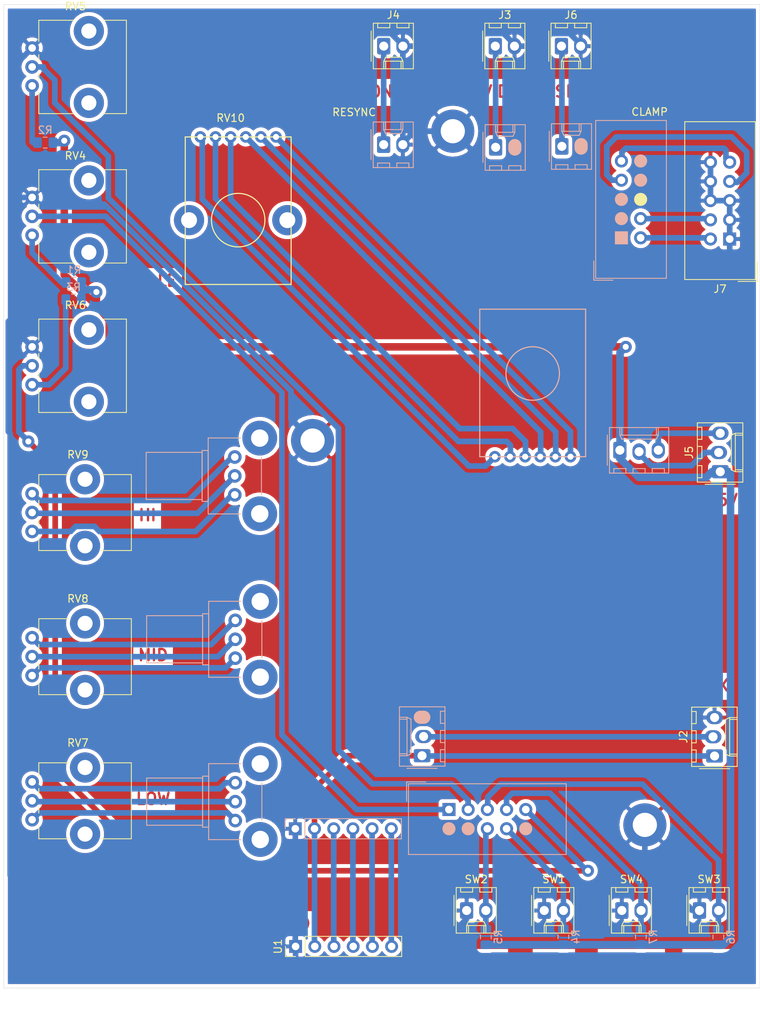
<source format=kicad_pcb>
(kicad_pcb (version 20171130) (host pcbnew "(5.1.5-0-10_14)")
  (layers (0 F.Cu signal) (1 In1.Cu signal) (2 In2.Cu signal) (31 B.Cu signal) (34 B.Paste user) (35 F.Paste user) (36 B.SilkS user) (37 F.SilkS user) (38 B.Mask user) (39 F.Mask user) (44 Edge.Cuts user))
  (net 0 "")
  (net 1 +5V)
  (net 2 GND)
  (net 3 VCC)
  (net 4 "Net-(J104-Pad1)")
  (net 5 scale_cv)
  (net 6 compa_cv)
  (net 7 edges_bypass)
  (net 8 compa_bypass)
  (net 9 inverter_bypass)
  (net 10 drywet)
  (net 11 bias_cv)
  (net 12 hsync)
  (net 13 porch)
  (net 14 genlock)
  (net 15 vsync)
  (net 16 /Levelmeter/mosi)
  (net 17 /Levelmeter/miso)
  (net 18 /Levelmeter/reset)
  (net 19 "Net-(J1-Pad2)")
  (net 20 "Net-(J103-Pad1)")
  (net 21 "Net-(J105-Pad3)")
  (net 22 "Net-(J105-Pad2)")
  (net 23 "Net-(J106-Pad1)")
  (net 24 "Net-(R1-Pad2)")
  (net 25 "Net-(R2-Pad2)")
  (net 26 "Net-(R3-Pad2)")
  (net 27 "Net-(RV1-Pad1)")
  (net 28 "Net-(RV1-Pad2)")
  (net 29 "Net-(RV1-Pad3)")
  (net 30 "Net-(RV2-Pad1)")
  (net 31 "Net-(RV2-Pad2)")
  (net 32 "Net-(RV2-Pad3)")
  (net 33 "Net-(RV3-Pad1)")
  (net 34 "Net-(RV3-Pad2)")
  (net 35 "Net-(RV3-Pad3)")
  (net 36 "Net-(RV10-Pad6)")
  (net 37 "Net-(RV10-Pad5)")
  (net 38 "Net-(RV10-Pad4)")
  (net 39 "Net-(RV10-Pad3)")
  (net 40 "Net-(RV10-Pad2)")
  (net 41 "Net-(RV10-Pad1)")
  (net 42 /Levelmeter/sck)
  (module synkie_footprints:IDC-Header_2x05_P2.54mm_Vertical (layer B.Cu) (at 138.1708 131.6452 270)
    (fp_text reference J107 hide)
    (fp_text value "FROM CTL")
    (pad 1 thru_hole rect (at 0 0 270) (size 1.7272 1.7272) (drill 1.016) (layers *.Cu *.Mask) (net 5 scale_cv))
    (pad "" connect oval (at 2.54 0 270) (size 1.7272 1.7272) (layers B.SilkS))
    (pad 3 thru_hole oval (at 0 -2.54 270) (size 1.7272 1.7272) (drill 1.016) (layers *.Cu *.Mask) (net 6 compa_cv))
    (pad "" connect oval (at 2.54 -2.54 270) (size 1.7272 1.7272) (layers B.SilkS))
    (pad 5 thru_hole oval (at 0 -5.08 270) (size 1.7272 1.7272) (drill 1.016) (layers *.Cu *.Mask) (net 7 edges_bypass))
    (pad 6 thru_hole oval (at 2.54 -5.08 270) (size 1.7272 1.7272) (drill 1.016) (layers *.Cu *.Mask) (net 8 compa_bypass))
    (pad 7 thru_hole oval (at 0 -7.62 270) (size 1.7272 1.7272) (drill 1.016) (layers *.Cu *.Mask) (net 9 inverter_bypass))
    (pad 8 thru_hole oval (at 2.54 -7.62 270) (size 1.7272 1.7272) (drill 1.016) (layers *.Cu *.Mask) (net 10 drywet))
    (pad 9 thru_hole oval (at 0 -10.16 270) (size 1.7272 1.7272) (drill 1.016) (layers *.Cu *.Mask) (net 11 bias_cv))
    (pad "" connect oval (at 2.54 -10.16 270) (size 1.7272 1.7272) (layers B.SilkS))
  )
  (module synkie_footprints:IDC-Header_2x05_P2.54mm_Vertical (layer B.Cu) (at 160.98 56.0802)
    (fp_text reference J110 hide)
    (fp_text value SYNC-BUS)
    (pad "" connect rect (at 0 0) (size 1.7272 1.7272) (layers B.SilkS))
    (pad 2 thru_hole oval (at 2.54 0) (size 1.7272 1.7272) (drill 1.016) (layers *.Cu *.Mask) (net 12 hsync))
    (pad "" connect oval (at 0 -2.54) (size 1.7272 1.7272) (layers B.SilkS))
    (pad 4 thru_hole oval (at 2.54 -2.54) (size 1.7272 1.7272) (drill 1.016) (layers *.Cu *.Mask) (net 13 porch))
    (pad "" connect oval (at 0 -5.08) (size 1.7272 1.7272) (layers B.SilkS))
    (pad "" connect oval (at 2.54 -5.08) (size 1.7272 1.7272) (layers F.SilkS))
    (pad 7 thru_hole oval (at 0 -7.62) (size 1.7272 1.7272) (drill 1.016) (layers *.Cu *.Mask) (net 14 genlock))
    (pad "" connect oval (at 2.54 -7.62) (size 1.7272 1.7272) (layers B.SilkS))
    (pad 9 thru_hole oval (at 0 -10.16) (size 1.7272 1.7272) (drill 1.016) (layers *.Cu *.Mask) (net 15 vsync))
    (pad "" connect oval (at 2.54 -10.16) (size 1.7272 1.7272) (layers B.SilkS))
  )
  (module synkie_footprints:RK12L123 (layer B.Cu) (at 149.2452 85.0108 180)
    (fp_text reference RV501 hide)
    (fp_text value R_POT_Dual)
    (pad 6 thru_hole circle (at 3 0 180) (size 1.524 1.524) (drill 0.8) (layers *.Cu *.Mask) (net 36 "Net-(RV10-Pad6)"))
    (pad 5 thru_hole circle (at 1 0 180) (size 1.524 1.524) (drill 0.8) (layers *.Cu *.Mask) (net 37 "Net-(RV10-Pad5)"))
    (pad 4 thru_hole circle (at -1 0 180) (size 1.524 1.524) (drill 0.8) (layers *.Cu *.Mask) (net 38 "Net-(RV10-Pad4)"))
    (pad 3 thru_hole circle (at 5 0 180) (size 1.524 1.524) (drill 0.8) (layers *.Cu *.Mask) (net 39 "Net-(RV10-Pad3)"))
    (pad 2 thru_hole circle (at -5 0 180) (size 1.524 1.524) (drill 0.8) (layers *.Cu *.Mask) (net 40 "Net-(RV10-Pad2)"))
    (pad 1 thru_hole circle (at -3 0 180) (size 1.524 1.524) (drill 0.8) (layers *.Cu *.Mask) (net 41 "Net-(RV10-Pad1)"))
  )
  (module synkie_footprints:Potentiometer_Alps_RK09K_Single_Vertical (layer F.Cu) (at 83.0488 94.8912)
    (fp_text reference RV9 (at 6.05 -10.15) (layer F.SilkS))
    (fp_text value R_POT)
    (pad "" np_thru_hole circle (at 7 1.9) (size 4 4) (drill 2) (layers *.Cu *.Mask))
    (pad "" np_thru_hole circle (at 7 -6.9) (size 4 4) (drill 2) (layers *.Cu *.Mask))
    (pad 1 thru_hole circle (at 0 0) (size 1.8 1.8) (drill 1) (layers *.Cu *.Mask) (net 33 "Net-(RV3-Pad1)"))
    (pad 2 thru_hole circle (at 0 -2.5) (size 1.8 1.8) (drill 1) (layers *.Cu *.Mask) (net 34 "Net-(RV3-Pad2)"))
    (pad 3 thru_hole circle (at 0 -5) (size 1.8 1.8) (drill 1) (layers *.Cu *.Mask) (net 35 "Net-(RV3-Pad3)"))
  )
  (module synkie_footprints:Potentiometer_Alps_RK09K_Single_Vertical (layer F.Cu) (at 83.0488 113.9412)
    (fp_text reference RV8 (at 6.05 -10.15) (layer F.SilkS))
    (fp_text value R_POT)
    (pad "" np_thru_hole circle (at 7 1.9) (size 4 4) (drill 2) (layers *.Cu *.Mask))
    (pad "" np_thru_hole circle (at 7 -6.9) (size 4 4) (drill 2) (layers *.Cu *.Mask))
    (pad 1 thru_hole circle (at 0 0) (size 1.8 1.8) (drill 1) (layers *.Cu *.Mask) (net 30 "Net-(RV2-Pad1)"))
    (pad 2 thru_hole circle (at 0 -2.5) (size 1.8 1.8) (drill 1) (layers *.Cu *.Mask) (net 31 "Net-(RV2-Pad2)"))
    (pad 3 thru_hole circle (at 0 -5) (size 1.8 1.8) (drill 1) (layers *.Cu *.Mask) (net 32 "Net-(RV2-Pad3)"))
  )
  (module synkie_footprints:Potentiometer_Alps_RK09K_Single_Vertical (layer F.Cu) (at 83.0488 132.9912)
    (fp_text reference RV7 (at 6.05 -10.15) (layer F.SilkS))
    (fp_text value R_POT)
    (pad "" np_thru_hole circle (at 7 1.9) (size 4 4) (drill 2) (layers *.Cu *.Mask))
    (pad "" np_thru_hole circle (at 7 -6.9) (size 4 4) (drill 2) (layers *.Cu *.Mask))
    (pad 1 thru_hole circle (at 0 0) (size 1.8 1.8) (drill 1) (layers *.Cu *.Mask) (net 27 "Net-(RV1-Pad1)"))
    (pad 2 thru_hole circle (at 0 -2.5) (size 1.8 1.8) (drill 1) (layers *.Cu *.Mask) (net 28 "Net-(RV1-Pad2)"))
    (pad 3 thru_hole circle (at 0 -5) (size 1.8 1.8) (drill 1) (layers *.Cu *.Mask) (net 29 "Net-(RV1-Pad3)"))
  )
  (module synkie_footprints:PinHeader_1x06_P2.54mm_Vertical (layer F.Cu) (at 117.8888 149.7412 90)
    (fp_text reference U1 (at 0 -2.33 90) (layer F.SilkS))
    (fp_text value AnymaISP)
    (pad 6 thru_hole oval (at 0 12.7 90) (size 1.7 1.7) (drill 1) (layers *.Cu *.Mask) (net 16 /Levelmeter/mosi))
    (pad 5 thru_hole oval (at 0 10.16 90) (size 1.7 1.7) (drill 1) (layers *.Cu *.Mask) (net 17 /Levelmeter/miso))
    (pad 4 thru_hole oval (at 0 7.62 90) (size 1.7 1.7) (drill 1) (layers *.Cu *.Mask) (net 42 /Levelmeter/sck))
    (pad 3 thru_hole oval (at 0 5.08 90) (size 1.7 1.7) (drill 1) (layers *.Cu *.Mask) (net 18 /Levelmeter/reset))
    (pad 2 thru_hole oval (at 0 2.54 90) (size 1.7 1.7) (drill 1) (layers *.Cu *.Mask) (net 3 VCC))
    (pad 1 thru_hole rect (at 0 0 90) (size 1.7 1.7) (drill 1) (layers *.Cu *.Mask) (net 2 GND))
  )
  (module synkie_footprints:Molex_KK-254_AE-6410-02A_1x02_P2.54mm_Vertical (layer F.Cu) (at 161.035466 144.9912)
    (fp_text reference SW4 (at 1.27 -4.12) (layer F.SilkS))
    (fp_text value SW_Push)
    (pad 2 thru_hole oval (at 2.54 0) (size 1.74 2.2) (drill 1.2) (layers *.Cu *.Mask) (net 9 inverter_bypass))
    (pad 1 thru_hole roundrect (at 0 0) (size 1.74 2.2) (drill 1.2) (layers *.Cu *.Mask) (roundrect_rratio 0.143678) (net 2 GND))
  )
  (module synkie_footprints:Molex_KK-254_AE-6410-02A_1x02_P2.54mm_Vertical (layer F.Cu) (at 171.2988 144.9912)
    (fp_text reference SW3 (at 1.27 -4.12) (layer F.SilkS))
    (fp_text value SW_Push)
    (pad 2 thru_hole oval (at 2.54 0) (size 1.74 2.2) (drill 1.2) (layers *.Cu *.Mask) (net 7 edges_bypass))
    (pad 1 thru_hole roundrect (at 0 0) (size 1.74 2.2) (drill 1.2) (layers *.Cu *.Mask) (roundrect_rratio 0.143678) (net 2 GND))
  )
  (module synkie_footprints:Molex_KK-254_AE-6410-02A_1x02_P2.54mm_Vertical (layer F.Cu) (at 140.5088 144.9912)
    (fp_text reference SW2 (at 1.27 -4.12) (layer F.SilkS))
    (fp_text value SW_Push)
    (pad 2 thru_hole oval (at 2.54 0) (size 1.74 2.2) (drill 1.2) (layers *.Cu *.Mask) (net 8 compa_bypass))
    (pad 1 thru_hole roundrect (at 0 0) (size 1.74 2.2) (drill 1.2) (layers *.Cu *.Mask) (roundrect_rratio 0.143678) (net 2 GND))
  )
  (module synkie_footprints:Molex_KK-254_AE-6410-02A_1x02_P2.54mm_Vertical (layer F.Cu) (at 150.772133 144.9912)
    (fp_text reference SW1 (at 1.27 -4.12) (layer F.SilkS))
    (fp_text value SW_Push)
    (pad 2 thru_hole oval (at 2.54 0) (size 1.74 2.2) (drill 1.2) (layers *.Cu *.Mask) (net 10 drywet))
    (pad 1 thru_hole roundrect (at 0 0) (size 1.74 2.2) (drill 1.2) (layers *.Cu *.Mask) (roundrect_rratio 0.143678) (net 2 GND))
  )
  (module synkie_footprints:RK12L123 (layer F.Cu) (at 110.2988 42.7412 180)
    (fp_text reference RV10 (at 1 2.5) (layer F.SilkS))
    (fp_text value R_POT_Dual)
    (pad 9 thru_hole circle (at -6.5 -11 180) (size 4 4) (drill 2.1) (layers *.Cu *.Mask))
    (pad 7 thru_hole circle (at 6.5 -11 180) (size 4 4) (drill 2.1) (layers *.Cu *.Mask))
    (pad 6 thru_hole circle (at 3 0 180) (size 1.524 1.524) (drill 0.8) (layers *.Cu *.Mask) (net 36 "Net-(RV10-Pad6)"))
    (pad 5 thru_hole circle (at 1 0 180) (size 1.524 1.524) (drill 0.8) (layers *.Cu *.Mask) (net 37 "Net-(RV10-Pad5)"))
    (pad 4 thru_hole circle (at -1 0 180) (size 1.524 1.524) (drill 0.8) (layers *.Cu *.Mask) (net 38 "Net-(RV10-Pad4)"))
    (pad 3 thru_hole circle (at 5 0 180) (size 1.524 1.524) (drill 0.8) (layers *.Cu *.Mask) (net 39 "Net-(RV10-Pad3)"))
    (pad 2 thru_hole circle (at -5 0 180) (size 1.524 1.524) (drill 0.8) (layers *.Cu *.Mask) (net 40 "Net-(RV10-Pad2)"))
    (pad 1 thru_hole circle (at -3 0 180) (size 1.524 1.524) (drill 0.8) (layers *.Cu *.Mask) (net 41 "Net-(RV10-Pad1)"))
  )
  (module synkie_footprints:Potentiometer_Alps_RK09L_Single_Vertical (layer F.Cu) (at 83.0488 75.4912)
    (fp_text reference RV6 (at 5.725 -10.5) (layer F.SilkS))
    (fp_text value R_POT)
    (pad "" np_thru_hole circle (at 7.5 2.25) (size 4 4) (drill 2) (layers *.Cu *.Mask))
    (pad "" np_thru_hole circle (at 7.5 -7.25) (size 4 4) (drill 2) (layers *.Cu *.Mask))
    (pad 1 thru_hole circle (at 0 0) (size 1.8 1.8) (drill 1) (layers *.Cu *.Mask) (net 26 "Net-(R3-Pad2)"))
    (pad 2 thru_hole circle (at 0 -2.5) (size 1.8 1.8) (drill 1) (layers *.Cu *.Mask) (net 11 bias_cv))
    (pad 3 thru_hole circle (at 0 -5) (size 1.8 1.8) (drill 1) (layers *.Cu *.Mask) (net 2 GND))
  )
  (module synkie_footprints:Potentiometer_Alps_RK09L_Single_Vertical (layer F.Cu) (at 83.0488 35.9912)
    (fp_text reference RV5 (at 5.725 -10.5) (layer F.SilkS))
    (fp_text value R_POT)
    (pad "" np_thru_hole circle (at 7.5 2.25) (size 4 4) (drill 2) (layers *.Cu *.Mask))
    (pad "" np_thru_hole circle (at 7.5 -7.25) (size 4 4) (drill 2) (layers *.Cu *.Mask))
    (pad 1 thru_hole circle (at 0 0) (size 1.8 1.8) (drill 1) (layers *.Cu *.Mask) (net 25 "Net-(R2-Pad2)"))
    (pad 2 thru_hole circle (at 0 -2.5) (size 1.8 1.8) (drill 1) (layers *.Cu *.Mask) (net 6 compa_cv))
    (pad 3 thru_hole circle (at 0 -5) (size 1.8 1.8) (drill 1) (layers *.Cu *.Mask) (net 2 GND))
  )
  (module synkie_footprints:Potentiometer_Alps_RK09L_Single_Vertical (layer F.Cu) (at 83.0488 55.7412)
    (fp_text reference RV4 (at 5.725 -10.5) (layer F.SilkS))
    (fp_text value R_POT)
    (pad "" np_thru_hole circle (at 7.5 2.25) (size 4 4) (drill 2) (layers *.Cu *.Mask))
    (pad "" np_thru_hole circle (at 7.5 -7.25) (size 4 4) (drill 2) (layers *.Cu *.Mask))
    (pad 1 thru_hole circle (at 0 0) (size 1.8 1.8) (drill 1) (layers *.Cu *.Mask) (net 24 "Net-(R1-Pad2)"))
    (pad 2 thru_hole circle (at 0 -2.5) (size 1.8 1.8) (drill 1) (layers *.Cu *.Mask) (net 5 scale_cv))
    (pad 3 thru_hole circle (at 0 -5) (size 1.8 1.8) (drill 1) (layers *.Cu *.Mask) (net 2 GND))
  )
  (module synkie_footprints:R_0805_2012Metric_Pad1.15x1.40mm_HandSolder (layer B.Cu) (at 163.5488 148.4662 90)
    (fp_text reference R7 (at 0 1.65 90) (layer B.SilkS) (effects (justify mirror)))
    (fp_text value 4k7)
    (pad 2 smd roundrect (at 1.025 0 90) (size 1.15 1.4) (layers B.Cu B.Paste B.Mask) (roundrect_rratio 0.217391) (net 9 inverter_bypass))
    (pad 1 smd roundrect (at -1.025 0 90) (size 1.15 1.4) (layers B.Cu B.Paste B.Mask) (roundrect_rratio 0.217391) (net 1 +5V))
  )
  (module synkie_footprints:R_0805_2012Metric_Pad1.15x1.40mm_HandSolder (layer B.Cu) (at 173.7988 148.4912 90)
    (fp_text reference R6 (at 0 1.65 90) (layer B.SilkS) (effects (justify mirror)))
    (fp_text value 4k7)
    (pad 2 smd roundrect (at 1.025 0 90) (size 1.15 1.4) (layers B.Cu B.Paste B.Mask) (roundrect_rratio 0.217391) (net 7 edges_bypass))
    (pad 1 smd roundrect (at -1.025 0 90) (size 1.15 1.4) (layers B.Cu B.Paste B.Mask) (roundrect_rratio 0.217391) (net 1 +5V))
  )
  (module synkie_footprints:R_0805_2012Metric_Pad1.15x1.40mm_HandSolder (layer B.Cu) (at 143.0488 148.4912 90)
    (fp_text reference R5 (at 0 1.65 90) (layer B.SilkS) (effects (justify mirror)))
    (fp_text value 4k7)
    (pad 2 smd roundrect (at 1.025 0 90) (size 1.15 1.4) (layers B.Cu B.Paste B.Mask) (roundrect_rratio 0.217391) (net 8 compa_bypass))
    (pad 1 smd roundrect (at -1.025 0 90) (size 1.15 1.4) (layers B.Cu B.Paste B.Mask) (roundrect_rratio 0.217391) (net 1 +5V))
  )
  (module synkie_footprints:R_0805_2012Metric_Pad1.15x1.40mm_HandSolder (layer B.Cu) (at 153.2988 148.4662 90)
    (fp_text reference R4 (at 0 1.65 90) (layer B.SilkS) (effects (justify mirror)))
    (fp_text value 4k7)
    (pad 2 smd roundrect (at 1.025 0 90) (size 1.15 1.4) (layers B.Cu B.Paste B.Mask) (roundrect_rratio 0.217391) (net 10 drywet))
    (pad 1 smd roundrect (at -1.025 0 90) (size 1.15 1.4) (layers B.Cu B.Paste B.Mask) (roundrect_rratio 0.217391) (net 1 +5V))
  )
  (module synkie_footprints:R_0805_2012Metric_Pad1.15x1.40mm_HandSolder (layer B.Cu) (at 88.5238 64.2412 180)
    (fp_text reference R3 (at 0 1.65) (layer B.SilkS) (effects (justify mirror)))
    (fp_text value 40k)
    (pad 2 smd roundrect (at 1.025 0 180) (size 1.15 1.4) (layers B.Cu B.Paste B.Mask) (roundrect_rratio 0.217391) (net 26 "Net-(R3-Pad2)"))
    (pad 1 smd roundrect (at -1.025 0 180) (size 1.15 1.4) (layers B.Cu B.Paste B.Mask) (roundrect_rratio 0.217391) (net 1 +5V))
  )
  (module synkie_footprints:R_0805_2012Metric_Pad1.15x1.40mm_HandSolder (layer B.Cu) (at 84.7738 43.4912 180)
    (fp_text reference R2 (at 0 1.65) (layer B.SilkS) (effects (justify mirror)))
    (fp_text value 40k)
    (pad 2 smd roundrect (at 1.025 0 180) (size 1.15 1.4) (layers B.Cu B.Paste B.Mask) (roundrect_rratio 0.217391) (net 25 "Net-(R2-Pad2)"))
    (pad 1 smd roundrect (at -1.025 0 180) (size 1.15 1.4) (layers B.Cu B.Paste B.Mask) (roundrect_rratio 0.217391) (net 1 +5V))
  )
  (module synkie_footprints:R_0805_2012Metric_Pad1.15x1.40mm_HandSolder (layer B.Cu) (at 88.5738 61.9912 180)
    (fp_text reference R1 (at 0 1.65) (layer B.SilkS) (effects (justify mirror)))
    (fp_text value 40k)
    (pad 2 smd roundrect (at 1.025 0 180) (size 1.15 1.4) (layers B.Cu B.Paste B.Mask) (roundrect_rratio 0.217391) (net 24 "Net-(R1-Pad2)"))
    (pad 1 smd roundrect (at -1.025 0 180) (size 1.15 1.4) (layers B.Cu B.Paste B.Mask) (roundrect_rratio 0.217391) (net 1 +5V))
  )
  (module synkie_footprints:IDC-Header_2x05_P2.54mm_Vertical (layer F.Cu) (at 175.2988 56.2412 180)
    (fp_text reference J7 (at 1.27 -6.604) (layer F.SilkS))
    (fp_text value SYNC-BUS)
    (pad 1 thru_hole rect (at 0 0 180) (size 1.7272 1.7272) (drill 1.016) (layers *.Cu *.Mask) (net 2 GND))
    (pad 2 thru_hole oval (at 2.54 0 180) (size 1.7272 1.7272) (drill 1.016) (layers *.Cu *.Mask) (net 12 hsync))
    (pad 3 thru_hole oval (at 0 2.54 180) (size 1.7272 1.7272) (drill 1.016) (layers *.Cu *.Mask) (net 2 GND))
    (pad 4 thru_hole oval (at 2.54 2.54 180) (size 1.7272 1.7272) (drill 1.016) (layers *.Cu *.Mask) (net 13 porch))
    (pad 5 thru_hole oval (at 0 5.08 180) (size 1.7272 1.7272) (drill 1.016) (layers *.Cu *.Mask) (net 2 GND))
    (pad 6 thru_hole oval (at 2.54 5.08 180) (size 1.7272 1.7272) (drill 1.016) (layers *.Cu *.Mask) (net 2 GND))
    (pad 7 thru_hole oval (at 0 7.62 180) (size 1.7272 1.7272) (drill 1.016) (layers *.Cu *.Mask) (net 14 genlock))
    (pad 8 thru_hole oval (at 2.54 7.62 180) (size 1.7272 1.7272) (drill 1.016) (layers *.Cu *.Mask) (net 2 GND))
    (pad 9 thru_hole oval (at 0 10.16 180) (size 1.7272 1.7272) (drill 1.016) (layers *.Cu *.Mask) (net 15 vsync))
    (pad 10 thru_hole oval (at 2.54 10.16 180) (size 1.7272 1.7272) (drill 1.016) (layers *.Cu *.Mask) (net 2 GND))
  )
  (module synkie_footprints:Molex_KK-254_AE-6410-02A_1x02_P2.54mm_Vertical (layer F.Cu) (at 153.0488 30.7412)
    (fp_text reference J6 (at 1.27 -4.12) (layer F.SilkS))
    (fp_text value SIFF-INPUT)
    (pad 2 thru_hole oval (at 2.54 0) (size 1.74 2.2) (drill 1.2) (layers *.Cu *.Mask) (net 2 GND))
    (pad 1 thru_hole roundrect (at 0 0) (size 1.74 2.2) (drill 1.2) (layers *.Cu *.Mask) (roundrect_rratio 0.143678) (net 23 "Net-(J106-Pad1)"))
  )
  (module synkie_footprints:Molex_KK-254_AE-6410-03A_1x03_P2.54mm_Vertical (layer F.Cu) (at 174.0488 86.9912 90)
    (fp_text reference J5 (at 2.54 -4.12 90) (layer F.SilkS))
    (fp_text value Power)
    (pad 3 thru_hole oval (at 5.08 0 90) (size 1.74 2.2) (drill 1.2) (layers *.Cu *.Mask) (net 21 "Net-(J105-Pad3)"))
    (pad 2 thru_hole oval (at 2.54 -0.2 90) (size 1.74 2.2) (drill 1.2) (layers *.Cu *.Mask) (net 22 "Net-(J105-Pad2)"))
    (pad 1 thru_hole roundrect (at 0 0 90) (size 1.74 2.2) (drill 1.2) (layers *.Cu *.Mask) (roundrect_rratio 0.143678) (net 1 +5V))
  )
  (module synkie_footprints:Molex_KK-254_AE-6410-02A_1x02_P2.54mm_Vertical (layer F.Cu) (at 129.5488 30.7412)
    (fp_text reference J4 (at 1.27 -4.12) (layer F.SilkS))
    (fp_text value MONITOR_OUT)
    (pad 2 thru_hole oval (at 2.54 0) (size 1.74 2.2) (drill 1.2) (layers *.Cu *.Mask) (net 2 GND))
    (pad 1 thru_hole roundrect (at 0 0) (size 1.74 2.2) (drill 1.2) (layers *.Cu *.Mask) (roundrect_rratio 0.143678) (net 4 "Net-(J104-Pad1)"))
  )
  (module synkie_footprints:Molex_KK-254_AE-6410-02A_1x02_P2.54mm_Vertical (layer F.Cu) (at 144.2988 30.7412)
    (fp_text reference J3 (at 1.27 -4.12) (layer F.SilkS))
    (fp_text value COMPOSITE-INPUT)
    (pad 2 thru_hole oval (at 2.54 0) (size 1.74 2.2) (drill 1.2) (layers *.Cu *.Mask) (net 2 GND))
    (pad 1 thru_hole roundrect (at 0 0) (size 1.74 2.2) (drill 1.2) (layers *.Cu *.Mask) (roundrect_rratio 0.143678) (net 20 "Net-(J103-Pad1)"))
  )
  (module synkie_footprints:Molex_KK-254_AE-6410-03A_1x03_P2.54mm_Vertical (layer F.Cu) (at 173.2988 124.5712 90)
    (fp_text reference J2 (at 2.54 -4.12 90) (layer F.SilkS))
    (fp_text value pixels)
    (pad 3 thru_hole oval (at 5.08 0 90) (size 1.74 2.2) (drill 1.2) (layers *.Cu *.Mask) (net 2 GND))
    (pad 2 thru_hole oval (at 2.54 -0.2 90) (size 1.74 2.2) (drill 1.2) (layers *.Cu *.Mask) (net 19 "Net-(J1-Pad2)"))
    (pad 1 thru_hole roundrect (at 0 0 90) (size 1.74 2.2) (drill 1.2) (layers *.Cu *.Mask) (roundrect_rratio 0.143678) (net 3 VCC))
  )
  (module synkie_footprints:PinHeader_1x06_P2.54mm_Vertical (layer B.Cu) (at 117.8508 134.1852 270)
    (fp_text reference U7 hide)
    (fp_text value AnymaISP)
    (pad 6 thru_hole oval (at 0 -12.7 270) (size 1.7 1.7) (drill 1) (layers *.Cu *.Mask) (net 16 /Levelmeter/mosi))
    (pad 5 thru_hole oval (at 0 -10.16 270) (size 1.7 1.7) (drill 1) (layers *.Cu *.Mask) (net 17 /Levelmeter/miso))
    (pad 4 thru_hole oval (at 0 -7.62 270) (size 1.7 1.7) (drill 1) (layers *.Cu *.Mask) (net 42 /Levelmeter/sck))
    (pad 3 thru_hole oval (at 0 -5.08 270) (size 1.7 1.7) (drill 1) (layers *.Cu *.Mask) (net 18 /Levelmeter/reset))
    (pad 2 thru_hole oval (at 0 -2.54 270) (size 1.7 1.7) (drill 1) (layers *.Cu *.Mask) (net 3 VCC))
    (pad 1 thru_hole rect (at 0 0 270) (size 1.7 1.7) (drill 1) (layers *.Cu *.Mask) (net 2 GND))
  )
  (module synkie_footprints:Potentiometer_Alps_RK09K_Single_Horizontal (layer B.Cu) (at 109.8498 90.0527 180)
    (fp_text reference RV3 hide)
    (fp_text value R_POT)
    (pad "" thru_hole circle (at -3.3 -2.5 180) (size 4.6 4.6) (drill 2.3) (layers *.Cu *.Mask))
    (pad "" thru_hole circle (at -3.3 7.5 180) (size 4.6 4.6) (drill 2.3) (layers *.Cu *.Mask))
    (pad 1 thru_hole circle (at 0 0 180) (size 1.8 1.8) (drill 1) (layers *.Cu *.Mask) (net 33 "Net-(RV3-Pad1)"))
    (pad 2 thru_hole circle (at 0 2.5 180) (size 1.8 1.8) (drill 1) (layers *.Cu *.Mask) (net 34 "Net-(RV3-Pad2)"))
    (pad 3 thru_hole circle (at 0 5 180) (size 1.8 1.8) (drill 1) (layers *.Cu *.Mask) (net 35 "Net-(RV3-Pad3)"))
  )
  (module synkie_footprints:Potentiometer_Alps_RK09K_Single_Horizontal (layer B.Cu) (at 109.9133 111.6427 180)
    (fp_text reference RV2 hide)
    (fp_text value R_POT)
    (pad "" thru_hole circle (at -3.3 -2.5 180) (size 4.6 4.6) (drill 2.3) (layers *.Cu *.Mask))
    (pad "" thru_hole circle (at -3.3 7.5 180) (size 4.6 4.6) (drill 2.3) (layers *.Cu *.Mask))
    (pad 1 thru_hole circle (at 0 0 180) (size 1.8 1.8) (drill 1) (layers *.Cu *.Mask) (net 30 "Net-(RV2-Pad1)"))
    (pad 2 thru_hole circle (at 0 2.5 180) (size 1.8 1.8) (drill 1) (layers *.Cu *.Mask) (net 31 "Net-(RV2-Pad2)"))
    (pad 3 thru_hole circle (at 0 5 180) (size 1.8 1.8) (drill 1) (layers *.Cu *.Mask) (net 32 "Net-(RV2-Pad3)"))
  )
  (module synkie_footprints:Potentiometer_Alps_RK09K_Single_Horizontal (layer B.Cu) (at 109.9133 133.1057 180)
    (fp_text reference RV1 hide)
    (fp_text value R_POT)
    (pad "" thru_hole circle (at -3.3 -2.5 180) (size 4.6 4.6) (drill 2.3) (layers *.Cu *.Mask))
    (pad "" thru_hole circle (at -3.3 7.5 180) (size 4.6 4.6) (drill 2.3) (layers *.Cu *.Mask))
    (pad 1 thru_hole circle (at 0 0 180) (size 1.8 1.8) (drill 1) (layers *.Cu *.Mask) (net 27 "Net-(RV1-Pad1)"))
    (pad 2 thru_hole circle (at 0 2.5 180) (size 1.8 1.8) (drill 1) (layers *.Cu *.Mask) (net 28 "Net-(RV1-Pad2)"))
    (pad 3 thru_hole circle (at 0 5 180) (size 1.8 1.8) (drill 1) (layers *.Cu *.Mask) (net 29 "Net-(RV1-Pad3)"))
  )
  (module synkie_footprints:Molex_KK-254_AE-6410-03A_1x03_P2.54mm_Vertical (layer B.Cu) (at 134.6148 124.5332 90)
    (fp_text reference J1 hide)
    (fp_text value pixels)
    (pad "" connect oval (at 5.08 0 90) (size 1.74 2.2) (layers B.SilkS))
    (pad 2 thru_hole oval (at 2.54 0.2 90) (size 1.74 2.2) (drill 1.2) (layers *.Cu *.Mask) (net 19 "Net-(J1-Pad2)"))
    (pad 1 thru_hole roundrect (at 0 0 90) (size 1.74 2.2) (drill 1.2) (layers *.Cu *.Mask) (roundrect_rratio 0.143678) (net 3 VCC))
  )
  (module synkie_footprints:Molex_KK-254_AE-6410-02A_1x02_P2.54mm_Vertical (layer B.Cu) (at 153.106 43.9898)
    (fp_text reference J106 hide)
    (fp_text value SIFF-INPUT)
    (pad "" connect oval (at 2.54 0) (size 1.74 2.2) (layers B.SilkS))
    (pad 1 thru_hole roundrect (at 0 0) (size 1.74 2.2) (drill 1.2) (layers *.Cu *.Mask) (roundrect_rratio 0.143678) (net 23 "Net-(J106-Pad1)"))
  )
  (module synkie_footprints:Molex_KK-254_AE-6410-03A_1x03_P2.54mm_Vertical (layer B.Cu) (at 160.7768 84.1472)
    (fp_text reference J105 hide)
    (fp_text value Power)
    (pad 3 thru_hole oval (at 5.08 0) (size 1.74 2.2) (drill 1.2) (layers *.Cu *.Mask) (net 21 "Net-(J105-Pad3)"))
    (pad 2 thru_hole oval (at 2.54 0.2) (size 1.74 2.2) (drill 1.2) (layers *.Cu *.Mask) (net 22 "Net-(J105-Pad2)"))
    (pad 1 thru_hole roundrect (at 0 0) (size 1.74 2.2) (drill 1.2) (layers *.Cu *.Mask) (roundrect_rratio 0.143678) (net 1 +5V))
  )
  (module synkie_footprints:Molex_KK-254_AE-6410-02A_1x02_P2.54mm_Vertical (layer B.Cu) (at 129.5348 43.7612)
    (fp_text reference J104 hide)
    (fp_text value MONITOR_OUT)
    (pad 2 thru_hole oval (at 2.54 0) (size 1.74 2.2) (drill 1.2) (layers *.Cu *.Mask) (net 2 GND))
    (pad 1 thru_hole roundrect (at 0 0) (size 1.74 2.2) (drill 1.2) (layers *.Cu *.Mask) (roundrect_rratio 0.143678) (net 4 "Net-(J104-Pad1)"))
  )
  (module synkie_footprints:Molex_KK-254_AE-6410-02A_1x02_P2.54mm_Vertical (layer B.Cu) (at 144.343 44.1168)
    (fp_text reference J103 hide)
    (fp_text value COMPOSITE-INPUT)
    (pad "" connect oval (at 2.54 0) (size 1.74 2.2) (layers B.SilkS))
    (pad 1 thru_hole roundrect (at 0 0) (size 1.74 2.2) (drill 1.2) (layers *.Cu *.Mask) (roundrect_rratio 0.143678) (net 20 "Net-(J103-Pad1)"))
  )
  (module MountingHole:MountingHole_3.2mm_M3_ISO7380_Pad (layer F.Cu) (at 120.1368 82.8772)
    (fp_text reference H603 hide)
    (fp_text value MountingHole_Pad)
    (pad 1 thru_hole circle (at 0 0) (size 5.7 5.7) (drill 3.2) (layers *.Cu *.Mask) (net 2 GND))
  )
  (module MountingHole:MountingHole_3.2mm_M3_ISO7380_Pad (layer F.Cu) (at 164.0788 133.6772)
    (fp_text reference H602 hide)
    (fp_text value MountingHole_Pad)
    (pad 1 thru_hole circle (at 0 0) (size 5.7 5.7) (drill 3.2) (layers *.Cu *.Mask) (net 2 GND))
  )
  (module MountingHole:MountingHole_3.2mm_M3_ISO7380_Pad (layer F.Cu) (at 138.6788 41.9832)
    (fp_text reference H601 hide)
    (fp_text value MountingHole_Pad)
    (pad 1 thru_hole circle (at 0 0) (size 5.7 5.7) (drill 3.2) (layers *.Cu *.Mask) (net 2 GND))
  )
  (gr_text SIFF (at 154.5488 36.7412) (layer F.Cu) (effects (font (size 1.5 1.5) (thickness 0.3))))
  (gr_text VIDEO (at 145.7988 36.7412) (layer F.Cu) (effects (font (size 1.5 1.5) (thickness 0.3))))
  (gr_text MONITOR (at 130.7988 36.7412) (layer F.Cu) (effects (font (size 1.5 1.5) (thickness 0.3))))
  (gr_text +5V (at 174.0488 90.7412) (layer F.Cu) (effects (font (size 1.5 1.5) (thickness 0.3))))
  (gr_text -5V (at 173.5488 78.4912) (layer F.Cu) (effects (font (size 1.5 1.5) (thickness 0.3))))
  (gr_text PIX (at 173.2988 115.2412) (layer F.Cu) (effects (font (size 1.5 1.5) (thickness 0.3))))
  (gr_text DRY (at 152.0488 151.7412) (layer F.Cu) (effects (font (size 1.5 1.5) (thickness 0.3))))
  (gr_text INVERT (at 162.2988 151.7412) (layer F.Cu) (effects (font (size 1.5 1.5) (thickness 0.3))))
  (gr_text EDGE (at 172.5488 151.7412) (layer F.Cu) (effects (font (size 1.5 1.5) (thickness 0.3))))
  (gr_text COMPA (at 141.5488 151.7412) (layer F.Cu) (effects (font (size 1.5 1.5) (thickness 0.3))))
  (gr_text GND (at 117.5488 146.7412) (layer F.Cu) (effects (font (size 1.5 1.5) (thickness 0.3))))
  (gr_text LOW (at 99.0488 130.2412) (layer F.Cu) (effects (font (size 1.5 1.5) (thickness 0.3))))
  (gr_text MID (at 99.0488 111.2412) (layer F.Cu) (effects (font (size 1.5 1.5) (thickness 0.3))))
  (gr_text HI (at 98.2988 92.7412) (layer F.Cu) (effects (font (size 1.5 1.5) (thickness 0.3))))
  (gr_text BIAS (at 97.7988 64.4912) (layer F.Cu) (effects (font (size 1.5 1.5) (thickness 0.3))))
  (gr_text SCALE (at 98.7988 61.7412) (layer F.Cu) (effects (font (size 1.5 1.5) (thickness 0.3))))
  (gr_text COMPA (at 100.7988 33.7412) (layer F.Cu) (effects (font (size 1.5 1.5) (thickness 0.3))))
  (gr_line (start 79.2988 25.2412) (end 79.2988 155.2412) (layer Edge.Cuts) (width 0.05))
  (gr_line (start 179.2988 25.2412) (end 79.2988 25.2412) (layer Edge.Cuts) (width 0.05))
  (gr_line (start 179.2988 155.2412) (end 179.2988 25.2412) (layer Edge.Cuts) (width 0.05))
  (gr_line (start 79.2988 155.2412) (end 179.2988 155.2412) (layer Edge.Cuts) (width 0.05))
  (gr_text RESYNC (at 125.62828 39.4813) (layer F.SilkS) (effects (font (size 1 1))))
  (gr_text CLAMP (at 164.71126 39.43304) (layer F.SilkS) (effects (font (size 1 1))))
  (segment (start 143.0488 149.5162) (end 173.7988 149.5162) (width 1) (layer B.Cu) (net 1))
  (segment (start 163.2708 87.7412) (end 160.7768 85.2472) (width 1) (layer B.Cu) (net 1))
  (segment (start 172.1988 87.7412) (end 163.2708 87.7412) (width 1) (layer B.Cu) (net 1))
  (segment (start 160.7768 85.2472) (end 160.7768 84.1472) (width 1) (layer B.Cu) (net 1))
  (segment (start 172.9488 86.9912) (end 172.1988 87.7412) (width 1) (layer B.Cu) (net 1))
  (segment (start 174.0488 86.9912) (end 172.9488 86.9912) (width 1) (layer B.Cu) (net 1))
  (via (at 87.2988 43.2412) (size 1.6) (drill 0.8) (layers F.Cu B.Cu) (net 1))
  (segment (start 87.0488 43.4912) (end 87.2988 43.2412) (width 1) (layer B.Cu) (net 1))
  (segment (start 85.7988 43.4912) (end 87.0488 43.4912) (width 1) (layer B.Cu) (net 1))
  (segment (start 93.248801 66.945199) (end 93.248801 69.541199) (width 1) (layer F.Cu) (net 1))
  (segment (start 87.2988 43.2412) (end 87.2988 60.995198) (width 1) (layer F.Cu) (net 1))
  (segment (start 93.248801 69.541199) (end 94.198802 70.4912) (width 1) (layer F.Cu) (net 1))
  (via (at 161.5488 70.4912) (size 1.6) (drill 0.8) (layers F.Cu B.Cu) (net 1))
  (segment (start 94.198802 70.4912) (end 161.5488 70.4912) (width 1) (layer F.Cu) (net 1))
  (segment (start 89.5988 64.1912) (end 89.5488 64.2412) (width 1) (layer B.Cu) (net 1))
  (segment (start 91.2488 62.9412) (end 91.5488 63.2412) (width 1) (layer B.Cu) (net 1))
  (via (at 91.5488 63.2412) (size 1.6) (drill 0.8) (layers F.Cu B.Cu) (net 1))
  (segment (start 89.5988 61.9912) (end 89.5988 62.9412) (width 1) (layer B.Cu) (net 1))
  (segment (start 89.5988 62.9412) (end 91.2488 62.9412) (width 1) (layer B.Cu) (net 1))
  (segment (start 89.5988 62.9412) (end 89.5988 64.1912) (width 1) (layer B.Cu) (net 1))
  (segment (start 91.5488 64.9912) (end 93.248801 66.945199) (width 1) (layer F.Cu) (net 1))
  (segment (start 91.5488 63.2412) (end 91.5488 64.9912) (width 1) (layer F.Cu) (net 1))
  (segment (start 87.2988 60.995198) (end 91.5488 64.9912) (width 1) (layer F.Cu) (net 1))
  (segment (start 175.40881 87.25121) (end 175.1488 86.9912) (width 1) (layer B.Cu) (net 1))
  (segment (start 175.40881 148.60619) (end 175.40881 87.25121) (width 1) (layer B.Cu) (net 1))
  (segment (start 175.1488 86.9912) (end 174.0488 86.9912) (width 1) (layer B.Cu) (net 1))
  (segment (start 174.4988 149.5162) (end 175.40881 148.60619) (width 1) (layer B.Cu) (net 1))
  (segment (start 173.7988 149.5162) (end 174.4988 149.5162) (width 1) (layer B.Cu) (net 1))
  (segment (start 160.7988 84.1252) (end 160.7768 84.1472) (width 1) (layer B.Cu) (net 1))
  (segment (start 160.7988 71.2412) (end 160.7988 84.1252) (width 1) (layer B.Cu) (net 1))
  (segment (start 161.5488 70.4912) (end 160.7988 71.2412) (width 1) (layer B.Cu) (net 1))
  (segment (start 117.8508 149.7032) (end 117.8888 149.7412) (width 0.75) (layer B.Cu) (net 2))
  (segment (start 117.8508 134.1852) (end 117.8508 149.7032) (width 0.75) (layer B.Cu) (net 2))
  (segment (start 146.883 30.7854) (end 146.8388 30.7412) (width 0.75) (layer B.Cu) (net 2))
  (segment (start 155.646 30.7984) (end 155.5888 30.7412) (width 0.75) (layer B.Cu) (net 2))
  (segment (start 132.0748 30.7552) (end 132.0888 30.7412) (width 0.75) (layer B.Cu) (net 2))
  (segment (start 132.0748 43.7612) (end 132.0748 30.7552) (width 0.75) (layer B.Cu) (net 2))
  (segment (start 82.148801 69.591201) (end 83.0488 70.4912) (width 0.75) (layer B.Cu) (net 2))
  (segment (start 80.5488 67.9912) (end 82.148801 69.591201) (width 0.75) (layer B.Cu) (net 2))
  (segment (start 83.0488 30.9912) (end 80.5488 33.4912) (width 0.75) (layer B.Cu) (net 2))
  (segment (start 81.776008 50.7412) (end 80.5488 50.7412) (width 0.75) (layer B.Cu) (net 2))
  (segment (start 83.0488 50.7412) (end 81.776008 50.7412) (width 0.75) (layer B.Cu) (net 2))
  (segment (start 80.5488 33.4912) (end 80.5488 50.7412) (width 0.75) (layer B.Cu) (net 2))
  (segment (start 117.8888 149.7412) (end 117.8888 151.6512) (width 0.75) (layer B.Cu) (net 2))
  (segment (start 140.5088 146.0912) (end 140.5088 144.9912) (width 0.75) (layer B.Cu) (net 2))
  (segment (start 134.9488 151.6512) (end 140.5088 146.0912) (width 0.75) (layer B.Cu) (net 2))
  (segment (start 117.8888 151.6512) (end 134.9488 151.6512) (width 0.75) (layer B.Cu) (net 2))
  (segment (start 80.5488 66.4912) (end 80.5488 67.9912) (width 0.75) (layer B.Cu) (net 2))
  (segment (start 80.5488 50.7412) (end 80.5488 66.4912) (width 0.75) (layer B.Cu) (net 2))
  (segment (start 83.948799 51.641199) (end 83.0488 50.7412) (width 0.75) (layer B.Cu) (net 2))
  (segment (start 92.605283 51.641199) (end 83.948799 51.641199) (width 0.75) (layer B.Cu) (net 2))
  (segment (start 117.286801 80.027201) (end 117.286801 76.322717) (width 0.75) (layer B.Cu) (net 2))
  (segment (start 117.286801 76.322717) (end 92.605283 51.641199) (width 0.75) (layer B.Cu) (net 2))
  (segment (start 120.1368 82.8772) (end 117.286801 80.027201) (width 0.75) (layer B.Cu) (net 2))
  (segment (start 148.4588 30.7412) (end 146.8388 30.7412) (width 0.75) (layer B.Cu) (net 2))
  (segment (start 154.14379 29.06619) (end 150.13381 29.06619) (width 0.75) (layer B.Cu) (net 2))
  (segment (start 150.13381 29.06619) (end 148.4588 30.7412) (width 0.75) (layer B.Cu) (net 2))
  (segment (start 155.5888 30.5112) (end 154.14379 29.06619) (width 0.75) (layer B.Cu) (net 2))
  (segment (start 155.5888 30.7412) (end 155.5888 30.5112) (width 0.75) (layer B.Cu) (net 2))
  (segment (start 133.7088 30.7412) (end 132.0888 30.7412) (width 0.75) (layer B.Cu) (net 2))
  (segment (start 145.39379 29.06619) (end 135.38381 29.06619) (width 0.75) (layer B.Cu) (net 2))
  (segment (start 146.8388 30.5112) (end 145.39379 29.06619) (width 0.75) (layer B.Cu) (net 2))
  (segment (start 135.38381 29.06619) (end 133.7088 30.7412) (width 0.75) (layer B.Cu) (net 2))
  (segment (start 146.8388 30.7412) (end 146.8388 30.5112) (width 0.75) (layer B.Cu) (net 2))
  (segment (start 133.6948 41.9112) (end 132.0748 43.5312) (width 0.75) (layer B.Cu) (net 2))
  (segment (start 133.7808 41.9112) (end 133.6948 41.9112) (width 0.75) (layer B.Cu) (net 2))
  (segment (start 132.0748 43.5312) (end 132.0748 43.7612) (width 0.75) (layer B.Cu) (net 2))
  (segment (start 133.8528 41.9832) (end 133.7808 41.9112) (width 0.75) (layer B.Cu) (net 2))
  (segment (start 138.6788 41.9832) (end 133.8528 41.9832) (width 0.75) (layer B.Cu) (net 2))
  (segment (start 132.0888 30.644456) (end 132.0888 30.7412) (width 0.75) (layer B.Cu) (net 2))
  (segment (start 128.587066 29.06619) (end 130.510534 29.06619) (width 0.75) (layer B.Cu) (net 2))
  (segment (start 130.510534 29.06619) (end 132.0888 30.644456) (width 0.75) (layer B.Cu) (net 2))
  (segment (start 125.762057 31.891199) (end 128.587066 29.06619) (width 0.75) (layer B.Cu) (net 2))
  (segment (start 83.948799 31.891199) (end 125.762057 31.891199) (width 0.75) (layer B.Cu) (net 2))
  (segment (start 83.0488 30.9912) (end 83.948799 31.891199) (width 0.75) (layer B.Cu) (net 2))
  (segment (start 172.7588 46.0812) (end 172.7588 51.1612) (width 0.75) (layer B.Cu) (net 2))
  (segment (start 172.7588 51.1612) (end 175.2988 51.1612) (width 0.75) (layer B.Cu) (net 2))
  (segment (start 175.2988 51.1612) (end 175.2988 56.2412) (width 0.75) (layer B.Cu) (net 2))
  (segment (start 170.4288 144.9912) (end 171.2988 144.9912) (width 0.75) (layer B.Cu) (net 2))
  (segment (start 164.0788 138.6412) (end 170.4288 144.9912) (width 0.75) (layer B.Cu) (net 2))
  (segment (start 164.0788 133.6772) (end 164.0788 138.6412) (width 0.75) (layer B.Cu) (net 2))
  (segment (start 171.2988 146.0912) (end 171.2988 144.9912) (width 0.25) (layer B.Cu) (net 2))
  (segment (start 162.86062 148.34121) (end 169.04879 148.34121) (width 0.25) (layer B.Cu) (net 2))
  (segment (start 169.04879 148.34121) (end 171.2988 146.0912) (width 0.25) (layer B.Cu) (net 2))
  (segment (start 161.035466 146.516056) (end 162.86062 148.34121) (width 0.25) (layer B.Cu) (net 2))
  (segment (start 161.035466 144.9912) (end 161.035466 146.516056) (width 0.25) (layer B.Cu) (net 2))
  (segment (start 150.772133 146.0912) (end 150.772133 144.9912) (width 0.25) (layer B.Cu) (net 2))
  (segment (start 148.497123 148.36621) (end 150.772133 146.0912) (width 0.25) (layer B.Cu) (net 2))
  (segment (start 142.36062 148.36621) (end 148.497123 148.36621) (width 0.25) (layer B.Cu) (net 2))
  (segment (start 140.5088 146.51439) (end 142.36062 148.36621) (width 0.25) (layer B.Cu) (net 2))
  (segment (start 140.5088 144.9912) (end 140.5088 146.51439) (width 0.25) (layer B.Cu) (net 2))
  (segment (start 161.035466 146.0912) (end 161.035466 144.9912) (width 0.25) (layer B.Cu) (net 2))
  (segment (start 158.535476 148.59119) (end 161.035466 146.0912) (width 0.25) (layer B.Cu) (net 2))
  (segment (start 150.772133 146.502723) (end 152.8606 148.59119) (width 0.25) (layer B.Cu) (net 2))
  (segment (start 152.8606 148.59119) (end 158.535476 148.59119) (width 0.25) (layer B.Cu) (net 2))
  (segment (start 150.772133 144.9912) (end 150.772133 146.502723) (width 0.25) (layer B.Cu) (net 2))
  (segment (start 79.89881 67.14119) (end 80.5488 66.4912) (width 0.75) (layer B.Cu) (net 2))
  (segment (start 80.14878 140.34118) (end 80.14878 81.934698) (width 0.75) (layer B.Cu) (net 2))
  (segment (start 80.14878 81.934698) (end 79.89881 81.684728) (width 0.75) (layer B.Cu) (net 2))
  (segment (start 79.89881 81.684728) (end 79.89881 67.14119) (width 0.75) (layer B.Cu) (net 2))
  (segment (start 91.4588 151.6512) (end 80.14878 140.34118) (width 0.75) (layer B.Cu) (net 2))
  (segment (start 117.8888 151.6512) (end 91.4588 151.6512) (width 0.75) (layer B.Cu) (net 2))
  (segment (start 141.528799 44.833199) (end 138.6788 41.9832) (width 0.75) (layer B.Cu) (net 2))
  (segment (start 157.1868 60.4912) (end 141.528799 44.833199) (width 0.75) (layer B.Cu) (net 2))
  (segment (start 173.5488 60.4912) (end 157.1868 60.4912) (width 0.75) (layer B.Cu) (net 2))
  (segment (start 175.2988 58.7412) (end 173.5488 60.4912) (width 0.75) (layer B.Cu) (net 2))
  (segment (start 175.2988 56.2412) (end 175.2988 58.7412) (width 0.75) (layer B.Cu) (net 2))
  (segment (start 120.3908 149.7032) (end 120.4288 149.7412) (width 0.75) (layer B.Cu) (net 3))
  (segment (start 120.3908 134.1852) (end 120.3908 149.7032) (width 0.75) (layer B.Cu) (net 3))
  (segment (start 134.6528 124.5712) (end 134.6148 124.5332) (width 0.75) (layer B.Cu) (net 3))
  (segment (start 173.2988 124.5712) (end 134.6528 124.5712) (width 0.75) (layer B.Cu) (net 3))
  (segment (start 124.7568 124.5332) (end 120.3908 128.8992) (width 0.75) (layer F.Cu) (net 3))
  (segment (start 120.3908 128.8992) (end 120.3908 134.1852) (width 0.75) (layer F.Cu) (net 3))
  (segment (start 134.6148 124.5332) (end 124.7568 124.5332) (width 0.75) (layer F.Cu) (net 3))
  (segment (start 129.5348 30.7552) (end 129.5488 30.7412) (width 0.75) (layer B.Cu) (net 4))
  (segment (start 129.5348 43.7612) (end 129.5348 30.7552) (width 0.75) (layer B.Cu) (net 4))
  (segment (start 116.088301 76.530701) (end 92.7988 53.2412) (width 0.75) (layer B.Cu) (net 5))
  (segment (start 125.9528 131.6452) (end 116.088301 121.780701) (width 0.75) (layer B.Cu) (net 5))
  (segment (start 92.7988 53.2412) (end 83.0488 53.2412) (width 0.75) (layer B.Cu) (net 5))
  (segment (start 116.088301 121.780701) (end 116.088301 76.530701) (width 0.75) (layer B.Cu) (net 5))
  (segment (start 138.1708 131.6452) (end 125.9528 131.6452) (width 0.75) (layer B.Cu) (net 5))
  (segment (start 84.5488 33.4912) (end 83.0488 33.4912) (width 0.75) (layer B.Cu) (net 6))
  (segment (start 84.5488 33.7412) (end 84.5488 33.4912) (width 0.75) (layer B.Cu) (net 6))
  (segment (start 86.0488 38.2412) (end 86.0488 35.2412) (width 0.75) (layer B.Cu) (net 6))
  (segment (start 93.123801 50.816201) (end 93.123801 45.316201) (width 0.75) (layer B.Cu) (net 6))
  (segment (start 86.0488 35.2412) (end 84.5488 33.7412) (width 0.75) (layer B.Cu) (net 6))
  (segment (start 123.561801 81.254201) (end 93.123801 50.816201) (width 0.75) (layer B.Cu) (net 6))
  (segment (start 123.561801 123.754201) (end 123.561801 81.254201) (width 0.75) (layer B.Cu) (net 6))
  (segment (start 128.0488 128.2412) (end 123.561801 123.754201) (width 0.75) (layer B.Cu) (net 6))
  (segment (start 93.123801 45.316201) (end 86.0488 38.2412) (width 0.75) (layer B.Cu) (net 6))
  (segment (start 138.528114 128.2412) (end 128.0488 128.2412) (width 0.75) (layer B.Cu) (net 6))
  (segment (start 140.7108 130.423886) (end 138.528114 128.2412) (width 0.75) (layer B.Cu) (net 6))
  (segment (start 140.7108 131.6452) (end 140.7108 130.423886) (width 0.75) (layer B.Cu) (net 6))
  (segment (start 173.7988 145.0312) (end 173.8388 144.9912) (width 0.75) (layer B.Cu) (net 7))
  (segment (start 173.7988 147.4662) (end 173.7988 145.0312) (width 0.75) (layer B.Cu) (net 7))
  (segment (start 143.2988 131.5972) (end 143.2508 131.6452) (width 0.75) (layer B.Cu) (net 7))
  (segment (start 163.761792 128.29119) (end 144.99881 128.29119) (width 0.75) (layer B.Cu) (net 7))
  (segment (start 143.2988 129.9912) (end 143.2988 131.5972) (width 0.75) (layer B.Cu) (net 7))
  (segment (start 144.99881 128.29119) (end 143.2988 129.9912) (width 0.75) (layer B.Cu) (net 7))
  (segment (start 173.8388 138.368198) (end 163.761792 128.29119) (width 0.75) (layer B.Cu) (net 7))
  (segment (start 173.8388 144.9912) (end 173.8388 138.368198) (width 0.75) (layer B.Cu) (net 7))
  (segment (start 143.0488 147.4662) (end 143.0488 144.9912) (width 0.75) (layer B.Cu) (net 8))
  (segment (start 143.0488 134.3872) (end 143.2508 134.1852) (width 0.75) (layer B.Cu) (net 8))
  (segment (start 143.0488 144.9912) (end 143.0488 134.3872) (width 0.75) (layer B.Cu) (net 8))
  (segment (start 163.5488 147.4412) (end 163.7488 147.4412) (width 0.75) (layer B.Cu) (net 9))
  (segment (start 163.575466 147.267866) (end 163.575466 144.9912) (width 0.75) (layer B.Cu) (net 9))
  (segment (start 163.7488 147.4412) (end 163.575466 147.267866) (width 0.75) (layer B.Cu) (net 9))
  (segment (start 146.5488 129.4912) (end 145.7908 130.2492) (width 0.75) (layer B.Cu) (net 9))
  (segment (start 163.575466 141.517866) (end 151.5488 129.4912) (width 0.75) (layer B.Cu) (net 9))
  (segment (start 145.7908 130.2492) (end 145.7908 131.6452) (width 0.75) (layer B.Cu) (net 9))
  (segment (start 151.5488 129.4912) (end 146.5488 129.4912) (width 0.75) (layer B.Cu) (net 9))
  (segment (start 163.575466 144.9912) (end 163.575466 141.517866) (width 0.75) (layer B.Cu) (net 9))
  (segment (start 153.2988 145.004533) (end 153.312133 144.9912) (width 0.75) (layer B.Cu) (net 10))
  (segment (start 153.2988 147.4412) (end 153.2988 145.004533) (width 0.75) (layer B.Cu) (net 10))
  (segment (start 153.312133 141.706533) (end 145.7908 134.1852) (width 0.75) (layer B.Cu) (net 10))
  (segment (start 153.312133 144.9912) (end 153.312133 141.706533) (width 0.75) (layer B.Cu) (net 10))
  (via (at 156.5488 139.7412) (size 1.6) (drill 0.8) (layers F.Cu B.Cu) (net 11))
  (segment (start 156.4268 139.7412) (end 156.5488 139.7412) (width 0.75) (layer B.Cu) (net 11))
  (segment (start 148.3308 131.6452) (end 156.4268 139.7412) (width 0.75) (layer B.Cu) (net 11))
  (via (at 82.5488 82.9912) (size 1.6) (drill 0.8) (layers F.Cu B.Cu) (net 11))
  (segment (start 81.7988 72.9912) (end 83.0488 72.9912) (width 0.75) (layer B.Cu) (net 11))
  (segment (start 81.2988 73.4912) (end 81.7988 72.9912) (width 0.75) (layer B.Cu) (net 11))
  (segment (start 81.2988 81.7412) (end 81.2988 73.4912) (width 0.75) (layer B.Cu) (net 11))
  (segment (start 82.5488 82.9912) (end 81.2988 81.7412) (width 0.75) (layer B.Cu) (net 11))
  (segment (start 86.0988 86.5412) (end 82.5488 82.9912) (width 0.75) (layer F.Cu) (net 11))
  (segment (start 86.0988 126.2912) (end 86.0988 86.5412) (width 0.75) (layer F.Cu) (net 11))
  (segment (start 99.5488 139.7412) (end 86.0988 126.2912) (width 0.75) (layer F.Cu) (net 11))
  (segment (start 156.5488 139.7412) (end 99.5488 139.7412) (width 0.75) (layer F.Cu) (net 11))
  (segment (start 172.5978 56.0802) (end 172.7588 56.2412) (width 0.75) (layer B.Cu) (net 12))
  (segment (start 163.52 56.0802) (end 172.5978 56.0802) (width 0.75) (layer B.Cu) (net 12))
  (segment (start 172.5978 53.5402) (end 172.7588 53.7012) (width 0.75) (layer B.Cu) (net 13))
  (segment (start 163.52 53.5402) (end 172.5978 53.5402) (width 0.75) (layer B.Cu) (net 13))
  (segment (start 176.2988 48.7412) (end 175.4188 48.7412) (width 0.75) (layer B.Cu) (net 14))
  (segment (start 175.4188 48.7412) (end 175.2988 48.6212) (width 0.75) (layer B.Cu) (net 14))
  (segment (start 177.5488 47.4912) (end 176.2988 48.7412) (width 0.75) (layer B.Cu) (net 14))
  (segment (start 177.5488 44.7412) (end 177.5488 47.4912) (width 0.75) (layer B.Cu) (net 14))
  (segment (start 160.2988 42.7412) (end 175.5488 42.7412) (width 0.75) (layer B.Cu) (net 14))
  (segment (start 159.0488 43.9912) (end 160.2988 42.7412) (width 0.75) (layer B.Cu) (net 14))
  (segment (start 159.0488 47.7412) (end 159.0488 43.9912) (width 0.75) (layer B.Cu) (net 14))
  (segment (start 175.5488 42.7412) (end 177.5488 44.7412) (width 0.75) (layer B.Cu) (net 14))
  (segment (start 159.7678 48.4602) (end 159.0488 47.7412) (width 0.75) (layer B.Cu) (net 14))
  (segment (start 160.98 48.4602) (end 159.7678 48.4602) (width 0.75) (layer B.Cu) (net 14))
  (segment (start 174.5488 44.2412) (end 174.7988 44.4912) (width 0.75) (layer B.Cu) (net 15))
  (segment (start 174.7988 45.5812) (end 175.2988 46.0812) (width 0.75) (layer B.Cu) (net 15))
  (segment (start 161.5488 44.2412) (end 174.5488 44.2412) (width 0.75) (layer B.Cu) (net 15))
  (segment (start 161.0488 44.7412) (end 161.5488 44.2412) (width 0.75) (layer B.Cu) (net 15))
  (segment (start 174.7988 44.4912) (end 174.7988 45.5812) (width 0.75) (layer B.Cu) (net 15))
  (segment (start 161.0488 45.8514) (end 161.0488 44.7412) (width 0.75) (layer B.Cu) (net 15))
  (segment (start 160.98 45.9202) (end 161.0488 45.8514) (width 0.75) (layer B.Cu) (net 15))
  (segment (start 130.5508 149.7032) (end 130.5888 149.7412) (width 0.75) (layer B.Cu) (net 16))
  (segment (start 130.5508 134.1852) (end 130.5508 149.7032) (width 0.75) (layer B.Cu) (net 16))
  (segment (start 128.0108 149.7032) (end 128.0488 149.7412) (width 0.75) (layer B.Cu) (net 17))
  (segment (start 128.0108 134.1852) (end 128.0108 149.7032) (width 0.75) (layer B.Cu) (net 17))
  (segment (start 122.9308 149.7032) (end 122.9688 149.7412) (width 0.75) (layer B.Cu) (net 18))
  (segment (start 122.9308 134.1852) (end 122.9308 149.7032) (width 0.75) (layer B.Cu) (net 18))
  (segment (start 134.8528 122.0312) (end 134.8148 121.9932) (width 0.75) (layer B.Cu) (net 19))
  (segment (start 173.0988 122.0312) (end 134.8528 122.0312) (width 0.75) (layer B.Cu) (net 19))
  (segment (start 144.343 30.7854) (end 144.2988 30.7412) (width 0.75) (layer B.Cu) (net 20))
  (segment (start 144.343 44.1168) (end 144.343 30.7854) (width 0.75) (layer B.Cu) (net 20))
  (segment (start 165.8568 82.2972) (end 165.8568 84.1472) (width 0.75) (layer B.Cu) (net 21))
  (segment (start 166.2428 81.9112) (end 165.8568 82.2972) (width 0.75) (layer B.Cu) (net 21))
  (segment (start 174.0488 81.9112) (end 166.2428 81.9112) (width 0.75) (layer B.Cu) (net 21))
  (segment (start 171.9988 84.4512) (end 173.8488 84.4512) (width 0.75) (layer B.Cu) (net 22))
  (segment (start 164.9368 86.1972) (end 170.2528 86.1972) (width 0.75) (layer B.Cu) (net 22))
  (segment (start 163.3168 84.5772) (end 164.9368 86.1972) (width 0.75) (layer B.Cu) (net 22))
  (segment (start 170.2528 86.1972) (end 171.9988 84.4512) (width 0.75) (layer B.Cu) (net 22))
  (segment (start 163.3168 84.3472) (end 163.3168 84.5772) (width 0.75) (layer B.Cu) (net 22))
  (segment (start 153.106 30.7984) (end 153.0488 30.7412) (width 0.75) (layer B.Cu) (net 23))
  (segment (start 153.106 43.9898) (end 153.106 30.7984) (width 0.75) (layer B.Cu) (net 23))
  (segment (start 83.0488 57.013992) (end 83.0488 55.7412) (width 0.75) (layer B.Cu) (net 24))
  (segment (start 83.0488 58.0662) (end 83.0488 57.013992) (width 0.75) (layer B.Cu) (net 24))
  (segment (start 86.9738 61.9912) (end 83.0488 58.0662) (width 0.75) (layer B.Cu) (net 24))
  (segment (start 87.5488 61.9912) (end 86.9738 61.9912) (width 0.75) (layer B.Cu) (net 24))
  (segment (start 83.1738 43.4912) (end 83.7488 43.4912) (width 0.75) (layer B.Cu) (net 25))
  (segment (start 83.0488 43.3662) (end 83.1738 43.4912) (width 0.75) (layer B.Cu) (net 25))
  (segment (start 83.0488 35.9912) (end 83.0488 43.3662) (width 0.75) (layer B.Cu) (net 25))
  (segment (start 85.2988 75.4912) (end 83.0488 75.4912) (width 0.75) (layer B.Cu) (net 26))
  (segment (start 87.4988 73.2912) (end 85.2988 75.4912) (width 0.75) (layer B.Cu) (net 26))
  (segment (start 87.4988 64.2412) (end 87.4988 73.2912) (width 0.75) (layer B.Cu) (net 26))
  (segment (start 83.948799 132.091201) (end 83.0488 132.9912) (width 0.75) (layer B.Cu) (net 27))
  (segment (start 108.898801 132.091201) (end 83.948799 132.091201) (width 0.75) (layer B.Cu) (net 27))
  (segment (start 109.9133 133.1057) (end 108.898801 132.091201) (width 0.75) (layer B.Cu) (net 27))
  (segment (start 83.1633 130.6057) (end 83.0488 130.4912) (width 0.75) (layer B.Cu) (net 28))
  (segment (start 109.9133 130.6057) (end 83.1633 130.6057) (width 0.75) (layer B.Cu) (net 28))
  (segment (start 83.948799 128.891199) (end 83.0488 127.9912) (width 0.75) (layer B.Cu) (net 29))
  (segment (start 107.855009 128.891199) (end 83.948799 128.891199) (width 0.75) (layer B.Cu) (net 29))
  (segment (start 108.640508 128.1057) (end 107.855009 128.891199) (width 0.75) (layer B.Cu) (net 29))
  (segment (start 109.9133 128.1057) (end 108.640508 128.1057) (width 0.75) (layer B.Cu) (net 29))
  (segment (start 84.073799 112.916201) (end 83.948799 113.041201) (width 0.75) (layer B.Cu) (net 30))
  (segment (start 83.948799 113.041201) (end 83.0488 113.9412) (width 0.75) (layer B.Cu) (net 30))
  (segment (start 108.639799 112.916201) (end 84.073799 112.916201) (width 0.75) (layer B.Cu) (net 30))
  (segment (start 109.9133 111.6427) (end 108.639799 112.916201) (width 0.75) (layer B.Cu) (net 30))
  (segment (start 107.6148 111.4412) (end 109.9133 109.1427) (width 0.75) (layer B.Cu) (net 31))
  (segment (start 83.0488 111.4412) (end 107.6148 111.4412) (width 0.75) (layer B.Cu) (net 31))
  (segment (start 83.948799 109.841199) (end 83.0488 108.9412) (width 0.75) (layer B.Cu) (net 32))
  (segment (start 106.714801 109.841199) (end 83.948799 109.841199) (width 0.75) (layer B.Cu) (net 32))
  (segment (start 109.9133 106.6427) (end 106.714801 109.841199) (width 0.75) (layer B.Cu) (net 32))
  (segment (start 88.137798 94.8912) (end 84.321592 94.8912) (width 0.75) (layer B.Cu) (net 33))
  (segment (start 88.812799 94.216199) (end 88.137798 94.8912) (width 0.75) (layer B.Cu) (net 33))
  (segment (start 84.321592 94.8912) (end 83.0488 94.8912) (width 0.75) (layer B.Cu) (net 33))
  (segment (start 104.6488 94.8912) (end 91.959802 94.8912) (width 0.75) (layer B.Cu) (net 33))
  (segment (start 91.959802 94.8912) (end 91.284801 94.216199) (width 0.75) (layer B.Cu) (net 33))
  (segment (start 109.8498 90.0527) (end 109.4873 90.0527) (width 0.75) (layer B.Cu) (net 33))
  (segment (start 109.4873 90.0527) (end 104.6488 94.8912) (width 0.75) (layer B.Cu) (net 33))
  (segment (start 91.284801 94.216199) (end 88.812799 94.216199) (width 0.75) (layer B.Cu) (net 33))
  (segment (start 108.949801 88.452699) (end 109.8498 87.5527) (width 0.75) (layer B.Cu) (net 34))
  (segment (start 104.9113 92.4912) (end 108.949801 88.452699) (width 0.75) (layer B.Cu) (net 34))
  (segment (start 83.1488 92.4912) (end 104.9113 92.4912) (width 0.75) (layer B.Cu) (net 34))
  (segment (start 83.0488 92.3912) (end 83.1488 92.4912) (width 0.75) (layer B.Cu) (net 34))
  (segment (start 109.4873 85.0527) (end 109.8498 85.0527) (width 0.75) (layer B.Cu) (net 35))
  (segment (start 103.748801 90.791199) (end 109.4873 85.0527) (width 0.75) (layer B.Cu) (net 35))
  (segment (start 83.948799 90.791199) (end 103.748801 90.791199) (width 0.75) (layer B.Cu) (net 35))
  (segment (start 83.0488 89.8912) (end 83.948799 90.791199) (width 0.75) (layer B.Cu) (net 35))
  (segment (start 146.2988 83.4912) (end 146.2988 84.9572) (width 0.75) (layer B.Cu) (net 36))
  (segment (start 139.4238 82.9912) (end 145.7988 82.9912) (width 0.75) (layer B.Cu) (net 36))
  (segment (start 107.2988 50.8662) (end 139.4238 82.9912) (width 0.75) (layer B.Cu) (net 36))
  (segment (start 145.7988 82.9912) (end 146.2988 83.4912) (width 0.75) (layer B.Cu) (net 36))
  (segment (start 146.2988 84.9572) (end 146.2452 85.0108) (width 0.75) (layer B.Cu) (net 36))
  (segment (start 107.2988 42.7412) (end 107.2988 50.8662) (width 0.75) (layer B.Cu) (net 36))
  (segment (start 148.2988 82.9912) (end 148.2988 84.9572) (width 0.75) (layer B.Cu) (net 37))
  (segment (start 146.598789 81.291189) (end 148.2988 82.9912) (width 0.75) (layer B.Cu) (net 37))
  (segment (start 148.2988 84.9572) (end 148.2452 85.0108) (width 0.75) (layer B.Cu) (net 37))
  (segment (start 109.2988 50.9912) (end 139.598789 81.291189) (width 0.75) (layer B.Cu) (net 37))
  (segment (start 139.598789 81.291189) (end 146.598789 81.291189) (width 0.75) (layer B.Cu) (net 37))
  (segment (start 109.2988 42.7412) (end 109.2988 50.9912) (width 0.75) (layer B.Cu) (net 37))
  (segment (start 150.2988 85.0644) (end 150.2452 85.0108) (width 0.75) (layer B.Cu) (net 38))
  (segment (start 150.2988 81.7412) (end 150.2988 85.0644) (width 0.75) (layer B.Cu) (net 38))
  (segment (start 111.2988 42.7412) (end 150.2988 81.7412) (width 0.75) (layer B.Cu) (net 38))
  (segment (start 105.5488 42.9912) (end 105.2988 42.7412) (width 0.75) (layer B.Cu) (net 39))
  (segment (start 140.7988 86.2412) (end 105.5488 50.9912) (width 0.75) (layer B.Cu) (net 39))
  (segment (start 105.5488 50.9912) (end 105.5488 42.9912) (width 0.75) (layer B.Cu) (net 39))
  (segment (start 143.0148 86.2412) (end 140.7988 86.2412) (width 0.75) (layer B.Cu) (net 39))
  (segment (start 144.2452 85.0108) (end 143.0148 86.2412) (width 0.75) (layer B.Cu) (net 39))
  (segment (start 154.2452 81.6876) (end 154.2452 85.0108) (width 0.75) (layer B.Cu) (net 40))
  (segment (start 115.2988 42.7412) (end 154.2452 81.6876) (width 0.75) (layer B.Cu) (net 40))
  (segment (start 152.2988 85.0644) (end 152.2452 85.0108) (width 0.75) (layer B.Cu) (net 41))
  (segment (start 152.2988 81.7412) (end 152.2988 85.0644) (width 0.75) (layer B.Cu) (net 41))
  (segment (start 113.2988 42.7412) (end 152.2988 81.7412) (width 0.75) (layer B.Cu) (net 41))
  (segment (start 125.4708 149.7032) (end 125.5088 149.7412) (width 0.75) (layer B.Cu) (net 42))
  (segment (start 125.4708 134.1852) (end 125.4708 149.7032) (width 0.75) (layer B.Cu) (net 42))
  (zone (net 2) (net_name GND) (layer B.Cu) (connect_pads (clearance 0.508)) (min_thickness 0.254) (fill yes (arc_segments 32) (thermal_gap 0.508) (thermal_bridge_width 0.508))
    (polygon (pts (xy 178.7988 154.9912) (xy 78.7988 154.9912) (xy 78.7988 24.9912) (xy 178.7988 24.9912)))
  )
  (zone (net 2) (net_name GND) (layer F.Cu) (connect_pads (clearance 0.508)) (min_thickness 0.254) (fill yes (arc_segments 32) (thermal_gap 0.508) (thermal_bridge_width 0.508))
    (polygon (pts (xy 178.7988 159.9912) (xy 78.7988 159.9912) (xy 78.7988 24.9912) (xy 178.7988 24.9912)))
  )
)
</source>
